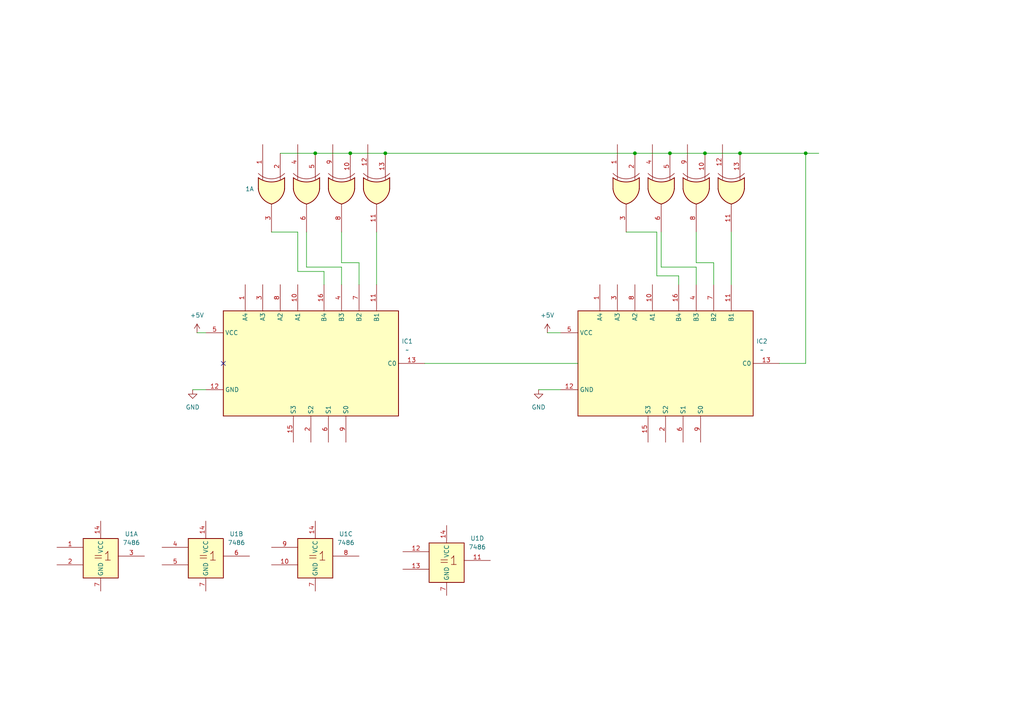
<source format=kicad_sch>
(kicad_sch (version 20250114) (generator "eeschema") (generator_version "9.0")
  (paper "A4")
  (lib_symbols
    (symbol "74xx_IEEE:7486"
      (property "Reference" "U" (at 2.54 6.35 0))
      (property "Value" "7486" (at 3.81 -7.62 0))
      (symbol "7486_0_1"
        (rectangle (start -5.08 5.08) (end 5.08 -6.35) (stroke (width 0.254)) (fill (type background)))
        (text "=1" (at 0.508 0 0) (effects (font (size 2.54 2.54))))
        (pin power_in line (at 0 10.16 270) (length 5.08) (name "VCC") (number "14"))
        (pin power_in line (at 0 -10.16 90) (length 3.81) (name "GND") (number "7"))
      )
      (symbol "7486_1_1"
        (pin input line (at -12.7 2.54 0) (length 7.62) (name "~") (number "1"))
        (pin input line (at -12.7 -2.54 0) (length 7.62) (name "~") (number "2"))
        (pin output line (at 12.7 0 180) (length 7.62) (name "~") (number "3"))
      )
      (symbol "7486_2_1"
        (pin input line (at -12.7 2.54 0) (length 7.62) (name "~") (number "4"))
        (pin input line (at -12.7 -2.54 0) (length 7.62) (name "~") (number "5"))
        (pin output line (at 12.7 0 180) (length 7.62) (name "~") (number "6"))
      )
      (symbol "7486_3_1"
        (pin input line (at -12.7 2.54 0) (length 7.62) (name "~") (number "9"))
        (pin input line (at -12.7 -2.54 0) (length 7.62) (name "~") (number "10"))
        (pin output line (at 12.7 0 180) (length 7.62) (name "~") (number "8"))
      )
      (symbol "7486_4_1"
        (pin input line (at -12.7 2.54 0) (length 7.62) (name "~") (number "12"))
        (pin input line (at -12.7 -2.54 0) (length 7.62) (name "~") (number "13"))
        (pin output line (at 12.7 0 180) (length 7.62) (name "~") (number "11"))
      )
    )
    (symbol "New_Library:NEW 7483"
      (property "Reference" "IC7483" (at 0 0 0))
      (symbol "NEW 7483_0_0"
        (rectangle (start 25.4 15.24) (end -25.4 -15.24) (stroke (width 0.254)) (fill (type background)))
        (pin power_in line (at -30.48 8.89 0) (length 5.08) (name "VCC") (number "5"))
        (pin power_in line (at -30.48 -7.62 0) (length 5.08) (name "GND") (number "12"))
      )
      (symbol "NEW 7483_1_1"
        (pin input line (at -25.4 0 0) (length 0) (name "") (number ""))
        (pin input line (at -19.05 22.86 270) (length 7.62) (name "A4") (number "1"))
        (pin input line (at -13.97 22.86 270) (length 7.62) (name "A3") (number "3"))
        (pin input line (at -8.89 22.86 270) (length 7.62) (name "A2") (number "8"))
        (pin output line (at -5.08 -22.86 90) (length 7.62) (name "S3") (number "15"))
        (pin input line (at -3.81 22.86 270) (length 7.62) (name "A1") (number "10"))
        (pin output line (at 0 -22.86 90) (length 7.62) (name "S2") (number "2"))
        (pin input line (at 3.81 22.86 270) (length 7.62) (name "B4") (number "16"))
        (pin output line (at 5.08 -22.86 90) (length 7.62) (name "S1") (number "6"))
        (pin input line (at 8.89 22.86 270) (length 7.62) (name "B3") (number "4"))
        (pin output line (at 10.16 -22.86 90) (length 7.62) (name "S0") (number "9"))
        (pin input line (at 13.97 22.86 270) (length 7.62) (name "B2") (number "7"))
        (pin input line (at 19.05 22.86 270) (length 7.62) (name "B1") (number "11"))
        (pin input line (at 33.02 0 180) (length 7.62) (name "C0") (number "13"))
      )
    )
    (symbol "New_Library:NEW 7486" (pin_names (offset 1.016))
      (symbol "NEW 7486_0_1"
        (arc (start 5.08 5.588) (mid 1.27 4.0098) (end -2.54 5.588))
        (arc (start 15.24 5.588) (mid 11.43 4.0098) (end 7.62 5.588))
        (arc (start 25.4 5.588) (mid 21.59 4.0098) (end 17.78 5.588))
        (arc (start 35.56 5.588) (mid 31.75 4.0098) (end 27.94 5.588))
      )
      (symbol "NEW 7486_1_1"
        (polyline (pts (xy -2.54 4.318) (xy -2.54 1.143)) (stroke (width 0.254)) (fill (type background)))
        (arc (start 5.08 1.1176) (mid 3.8624 -1.6848) (end 1.27 -3.302) (stroke (width 0.254)) (fill (type background)))
        (arc (start 5.08 4.318) (mid 1.27 3.097) (end -2.54 4.318) (stroke (width 0.254)))
        (arc (start 1.27 -3.302) (mid -1.314 -1.6775) (end -2.54 1.1176) (stroke (width 0.254)) (fill (type background)))
        (polyline (pts (xy 5.08 4.318) (xy 5.08 1.143)) (stroke (width 0.254)) (fill (type background)))
        (polyline (pts (xy 5.08 1.143) (xy 5.08 4.318) (xy 5.08 4.318) (xy 4.6736 4.064) (xy 3.5306 3.5306) (xy 2.3114 3.2004) (xy 1.016 3.1242) (xy -0.2286 3.2766) (xy -1.4478 3.683) (xy -2.54 4.318) (xy -2.54 4.318) (xy -2.54 1.143)) (stroke (width -25.4)) (fill (type background)))
        (polyline (pts (xy 7.62 4.318) (xy 7.62 1.143)) (stroke (width 0.254)) (fill (type background)))
        (arc (start 15.24 1.1176) (mid 14.0224 -1.6848) (end 11.43 -3.302) (stroke (width 0.254)) (fill (type background)))
        (arc (start 15.24 4.318) (mid 11.43 3.097) (end 7.62 4.318) (stroke (width 0.254)))
        (arc (start 11.43 -3.302) (mid 8.846 -1.6775) (end 7.62 1.1176) (stroke (width 0.254)) (fill (type background)))
        (polyline (pts (xy 15.24 4.318) (xy 15.24 1.143)) (stroke (width 0.254)) (fill (type background)))
        (polyline (pts (xy 15.24 1.143) (xy 15.24 4.318) (xy 15.24 4.318) (xy 14.8336 4.064) (xy 13.6906 3.5306) (xy 12.4714 3.2004) (xy 11.176 3.1242) (xy 9.9314 3.2766) (xy 8.7122 3.683) (xy 7.62 4.318) (xy 7.62 4.318) (xy 7.62 1.143)) (stroke (width -25.4)) (fill (type background)))
        (polyline (pts (xy 17.78 4.318) (xy 17.78 1.143)) (stroke (width 0.254)) (fill (type background)))
        (arc (start 25.4 1.1176) (mid 24.1824 -1.6848) (end 21.59 -3.302) (stroke (width 0.254)) (fill (type background)))
        (arc (start 25.4 4.318) (mid 21.59 3.097) (end 17.78 4.318) (stroke (width 0.254)))
        (arc (start 21.59 -3.302) (mid 19.006 -1.6775) (end 17.78 1.1176) (stroke (width 0.254)) (fill (type background)))
        (polyline (pts (xy 25.4 4.318) (xy 25.4 1.143)) (stroke (width 0.254)) (fill (type background)))
        (polyline (pts (xy 25.4 1.143) (xy 25.4 4.318) (xy 25.4 4.318) (xy 24.9936 4.064) (xy 23.8506 3.5306) (xy 22.6314 3.2004) (xy 21.336 3.1242) (xy 20.0914 3.2766) (xy 18.8722 3.683) (xy 17.78 4.318) (xy 17.78 4.318) (xy 17.78 1.143)) (stroke (width -25.4)) (fill (type background)))
        (polyline (pts (xy 27.94 4.318) (xy 27.94 1.143)) (stroke (width 0.254)) (fill (type background)))
        (arc (start 35.56 1.1176) (mid 34.3424 -1.6848) (end 31.75 -3.302) (stroke (width 0.254)) (fill (type background)))
        (arc (start 35.56 4.318) (mid 31.75 3.097) (end 27.94 4.318) (stroke (width 0.254)))
        (arc (start 31.75 -3.302) (mid 29.166 -1.6775) (end 27.94 1.1176) (stroke (width 0.254)) (fill (type background)))
        (polyline (pts (xy 35.56 4.318) (xy 35.56 1.143)) (stroke (width 0.254)) (fill (type background)))
        (polyline (pts (xy 35.56 1.143) (xy 35.56 4.318) (xy 35.56 4.318) (xy 35.1536 4.064) (xy 34.0106 3.5306) (xy 32.7914 3.2004) (xy 31.496 3.1242) (xy 30.2514 3.2766) (xy 29.0322 3.683) (xy 27.94 4.318) (xy 27.94 4.318) (xy 27.94 1.143)) (stroke (width -25.4)) (fill (type background)))
        (pin input line (at -1.27 13.97 270) (length 10.16) (name "~") (number "1"))
        (pin output line (at 1.27 -11.43 90) (length 8.128) (name "~") (number "3"))
        (pin input line (at 3.81 11.43 270) (length 7.62) (name "~") (number "2"))
        (pin input line (at 8.89 13.97 270) (length 10.16) (name "~") (number "4"))
        (pin output line (at 11.43 -11.43 90) (length 8.128) (name "~") (number "6"))
        (pin input line (at 13.97 11.43 270) (length 7.62) (name "~") (number "5"))
        (pin input line (at 19.05 13.97 270) (length 10.16) (name "~") (number "9"))
        (pin output line (at 21.59 -11.43 90) (length 8.128) (name "~") (number "8"))
        (pin input line (at 24.13 11.43 270) (length 7.62) (name "~") (number "10"))
        (pin input line (at 29.21 13.97 270) (length 10.16) (name "~") (number "12"))
        (pin output line (at 31.75 -11.43 90) (length 8.128) (name "~") (number "11"))
        (pin input line (at 34.29 11.43 270) (length 7.62) (name "~") (number "13"))
      )
      (symbol "NEW 7486_1_2"
        (arc (start 0 3.81) (mid 3.7934 0) (end 0 -3.81) (stroke (width 0.254)) (fill (type background)))
        (polyline (pts (xy 0 3.81) (xy -3.81 3.81) (xy -3.81 -3.81) (xy 0 -3.81)) (stroke (width 0.254)) (fill (type background)))
        (pin input inverted (at -7.62 2.54 0) (length 3.81) (name "~") (number "2"))
        (pin input inverted (at -7.62 -2.54 0) (length 3.81) (name "~") (number "3"))
        (pin output line (at 7.62 0 180) (length 3.81) (name "~") (number "1"))
      )
      (symbol "NEW 7486_2_1"
        (arc (start -3.81 3.81) (mid -2.589 0) (end -3.81 -3.81) (stroke (width 0.254)))
        (polyline (pts (xy -3.81 3.81) (xy -0.635 3.81)) (stroke (width 0.254)) (fill (type background)))
        (polyline (pts (xy -3.81 -3.81) (xy -0.635 -3.81)) (stroke (width 0.254)) (fill (type background)))
        (arc (start 3.81 0) (mid 2.1855 -2.584) (end -0.6096 -3.81) (stroke (width 0.254)) (fill (type background)))
        (arc (start -0.6096 3.81) (mid 2.1928 2.5924) (end 3.81 0) (stroke (width 0.254)) (fill (type background)))
        (polyline (pts (xy -0.635 3.81) (xy -3.81 3.81) (xy -3.81 3.81) (xy -3.556 3.4036) (xy -3.0226 2.2606) (xy -2.6924 1.0414) (xy -2.6162 -0.254) (xy -2.7686 -1.4986) (xy -3.175 -2.7178) (xy -3.81 -3.81) (xy -3.81 -3.81) (xy -0.635 -3.81)) (stroke (width -25.4)) (fill (type background)))
        (pin input line (at -10.922 2.54 0) (length 7.62) (name "~") (number "5"))
        (pin input line (at -10.922 -2.54 0) (length 7.62) (name "~") (number "6"))
        (pin output inverted (at 11.43 0 180) (length 7.62) (name "~") (number "4"))
      )
      (symbol "NEW 7486_2_2"
        (arc (start 0 3.81) (mid 3.7934 0) (end 0 -3.81) (stroke (width 0.254)) (fill (type background)))
        (polyline (pts (xy 0 3.81) (xy -3.81 3.81) (xy -3.81 -3.81) (xy 0 -3.81)) (stroke (width 0.254)) (fill (type background)))
        (pin input inverted (at -7.62 2.54 0) (length 3.81) (name "~") (number "5"))
        (pin input inverted (at -7.62 -2.54 0) (length 3.81) (name "~") (number "6"))
        (pin output line (at 7.62 0 180) (length 3.81) (name "~") (number "4"))
      )
      (symbol "NEW 7486_3_1"
        (arc (start -3.81 3.81) (mid -2.589 0) (end -3.81 -3.81) (stroke (width 0.254)))
        (polyline (pts (xy -3.81 3.81) (xy -0.635 3.81)) (stroke (width 0.254)) (fill (type background)))
        (polyline (pts (xy -3.81 -3.81) (xy -0.635 -3.81)) (stroke (width 0.254)) (fill (type background)))
        (arc (start 3.81 0) (mid 2.1855 -2.584) (end -0.6096 -3.81) (stroke (width 0.254)) (fill (type background)))
        (arc (start -0.6096 3.81) (mid 2.1928 2.5924) (end 3.81 0) (stroke (width 0.254)) (fill (type background)))
        (polyline (pts (xy -0.635 3.81) (xy -3.81 3.81) (xy -3.81 3.81) (xy -3.556 3.4036) (xy -3.0226 2.2606) (xy -2.6924 1.0414) (xy -2.6162 -0.254) (xy -2.7686 -1.4986) (xy -3.175 -2.7178) (xy -3.81 -3.81) (xy -3.81 -3.81) (xy -0.635 -3.81)) (stroke (width -25.4)) (fill (type background)))
        (pin input line (at -10.922 2.54 0) (length 7.62) (name "~") (number "8"))
        (pin input line (at -10.922 -2.54 0) (length 7.62) (name "~") (number "9"))
        (pin output inverted (at 11.43 0 180) (length 7.62) (name "~") (number "10"))
      )
      (symbol "NEW 7486_3_2"
        (arc (start 0 3.81) (mid 3.7934 0) (end 0 -3.81) (stroke (width 0.254)) (fill (type background)))
        (polyline (pts (xy 0 3.81) (xy -3.81 3.81) (xy -3.81 -3.81) (xy 0 -3.81)) (stroke (width 0.254)) (fill (type background)))
        (pin input inverted (at -7.62 2.54 0) (length 3.81) (name "~") (number "8"))
        (pin input inverted (at -7.62 -2.54 0) (length 3.81) (name "~") (number "9"))
        (pin output line (at 7.62 0 180) (length 3.81) (name "~") (number "10"))
      )
      (symbol "NEW 7486_4_1"
        (arc (start -3.81 3.81) (mid -2.589 0) (end -3.81 -3.81) (stroke (width 0.254)))
        (polyline (pts (xy -3.81 3.81) (xy -0.635 3.81)) (stroke (width 0.254)) (fill (type background)))
        (polyline (pts (xy -3.81 -3.81) (xy -0.635 -3.81)) (stroke (width 0.254)) (fill (type background)))
        (arc (start 3.81 0) (mid 2.1855 -2.584) (end -0.6096 -3.81) (stroke (width 0.254)) (fill (type background)))
        (arc (start -0.6096 3.81) (mid 2.1928 2.5924) (end 3.81 0) (stroke (width 0.254)) (fill (type background)))
        (polyline (pts (xy -0.635 3.81) (xy -3.81 3.81) (xy -3.81 3.81) (xy -3.556 3.4036) (xy -3.0226 2.2606) (xy -2.6924 1.0414) (xy -2.6162 -0.254) (xy -2.7686 -1.4986) (xy -3.175 -2.7178) (xy -3.81 -3.81) (xy -3.81 -3.81) (xy -0.635 -3.81)) (stroke (width -25.4)) (fill (type background)))
        (pin input line (at -10.922 2.54 0) (length 7.62) (name "~") (number "11"))
        (pin input line (at -10.922 -2.54 0) (length 7.62) (name "~") (number "12"))
        (pin output inverted (at 11.43 0 180) (length 7.62) (name "~") (number "13"))
      )
      (symbol "NEW 7486_4_2"
        (arc (start 0 3.81) (mid 3.7934 0) (end 0 -3.81) (stroke (width 0.254)) (fill (type background)))
        (polyline (pts (xy 0 3.81) (xy -3.81 3.81) (xy -3.81 -3.81) (xy 0 -3.81)) (stroke (width 0.254)) (fill (type background)))
        (pin input inverted (at -7.62 2.54 0) (length 3.81) (name "~") (number "11"))
        (pin input inverted (at -7.62 -2.54 0) (length 3.81) (name "~") (number "12"))
        (pin output line (at 7.62 0 180) (length 3.81) (name "~") (number "13"))
      )
      (symbol "NEW 7486_5_0"
        (pin power_in line (at 0 15.24 270) (length 7.62) (name "VCC") (number "14"))
        (pin power_in line (at 0 -15.24 90) (length 7.62) (name "GND") (number "7"))
      )
      (symbol "NEW 7486_5_1"
        (rectangle (start -5.08 7.62) (end 5.08 -7.62) (stroke (width 0.254)) (fill (type background)))
      )
    )
    (symbol "power:+5V" (power) (pin_numbers (hide yes)) (pin_names (offset 0) (hide yes))
      (property "Value" "+5V" (at 0 3.556 0))
      (symbol "+5V_0_1"
        (polyline (pts (xy -0.762 1.27) (xy 0 2.54)))
        (polyline (pts (xy 0 2.54) (xy 0.762 1.27)))
        (polyline (pts (xy 0 0) (xy 0 2.54)))
      )
      (symbol "+5V_1_1"
        (pin power_in line (at 0 0 90) (length 0) (name "~") (number "1"))
      )
    )
    (symbol "power:GND" (power) (pin_numbers (hide yes)) (pin_names (offset 0) (hide yes))
      (property "Value" "GND" (at 0 -3.81 0))
      (symbol "GND_0_1"
        (polyline (pts (xy 0 0) (xy 0 -1.27) (xy 1.27 -1.27) (xy 0 -2.54) (xy -1.27 -1.27) (xy 0 -1.27)))
      )
      (symbol "GND_1_1"
        (pin power_in line (at 0 0 270) (length 0) (name "~") (number "1"))
      )
    )
  )
  (junction (at 233.68 44.45))
  (junction (at 194.31 44.45))
  (junction (at 214.63 44.45))
  (junction (at 111.76 44.45))
  (junction (at 91.44 44.45))
  (junction (at 204.47 44.45))
  (junction (at 184.15 44.45))
  (junction (at 101.6 44.45))
  (no_connect (at 64.77 105.41))
  (wire (pts (xy 86.36 67.31) (xy 78.74 67.31)))
  (wire (pts (xy 158.75 96.52) (xy 162.56 96.52)))
  (wire (pts (xy 201.93 76.2) (xy 207.01 76.2)))
  (wire (pts (xy 99.06 67.31) (xy 99.06 76.2)))
  (wire (pts (xy 190.5 80.01) (xy 190.5 67.31)))
  (wire (pts (xy 99.06 82.55) (xy 99.06 77.47)))
  (wire (pts (xy 91.44 44.45) (xy 101.6 44.45)))
  (wire (pts (xy 81.28 44.45) (xy 91.44 44.45)))
  (wire (pts (xy 101.6 44.45) (xy 111.76 44.45)))
  (wire (pts (xy 233.68 44.45) (xy 214.63 44.45)))
  (wire (pts (xy 191.77 77.47) (xy 191.77 67.31)))
  (wire (pts (xy 109.22 67.31) (xy 109.22 82.55)))
  (wire (pts (xy 156.21 113.03) (xy 162.56 113.03)))
  (wire (pts (xy 226.06 105.41) (xy 233.68 105.41)))
  (wire (pts (xy 201.93 67.31) (xy 201.93 76.2)))
  (wire (pts (xy 196.85 80.01) (xy 190.5 80.01)))
  (wire (pts (xy 204.47 44.45) (xy 214.63 44.45)))
  (wire (pts (xy 196.85 82.55) (xy 196.85 80.01)))
  (wire (pts (xy 184.15 44.45) (xy 194.31 44.45)))
  (wire (pts (xy 190.5 67.31) (xy 181.61 67.31)))
  (wire (pts (xy 194.31 44.45) (xy 204.47 44.45)))
  (wire (pts (xy 201.93 82.55) (xy 201.93 77.47)))
  (wire (pts (xy 55.88 113.03) (xy 59.69 113.03)))
  (wire (pts (xy 233.68 44.45) (xy 237.49 44.45)))
  (wire (pts (xy 104.14 76.2) (xy 104.14 82.55)))
  (wire (pts (xy 212.09 67.31) (xy 212.09 82.55)))
  (wire (pts (xy 93.98 78.74) (xy 86.36 78.74)))
  (wire (pts (xy 86.36 78.74) (xy 86.36 67.31)))
  (wire (pts (xy 99.06 76.2) (xy 104.14 76.2)))
  (wire (pts (xy 201.93 77.47) (xy 191.77 77.47)))
  (wire (pts (xy 93.98 82.55) (xy 93.98 78.74)))
  (wire (pts (xy 111.76 44.45) (xy 184.15 44.45)))
  (wire (pts (xy 57.15 96.52) (xy 59.69 96.52)))
  (wire (pts (xy 207.01 76.2) (xy 207.01 82.55)))
  (wire (pts (xy 233.68 105.41) (xy 233.68 44.45)))
  (wire (pts (xy 99.06 77.47) (xy 88.9 77.47)))
  (wire (pts (xy 88.9 77.47) (xy 88.9 67.31)))
  (wire (pts (xy 123.19 105.41) (xy 167.64 105.41)))
  (symbol (lib_id "power:+5V") (at 158.75 96.52 0) (unit 1)
    (property "Reference" "#PWR02" (effects (hide yes)))
    (property "Value" "+5V" (at 158.75 91.44 0))
    (property "Description" "Power symbol creates a global label with name \"+5V\"" (effects (hide yes)))
  )
  (symbol (lib_id "power:+5V") (at 57.15 96.52 0) (unit 1)
    (property "Reference" "#PWR01" (effects (hide yes)))
    (property "Value" "+5V" (at 57.15 91.44 0))
    (property "Description" "Power symbol creates a global label with name \"+5V\"" (effects (hide yes)))
  )
  (symbol (lib_id "power:GND") (at 55.88 113.03 0) (unit 1)
    (property "Reference" "#PWR03" (effects (hide yes)))
    (property "Value" "GND" (at 55.88 118.11 0))
    (property "Description" "Power symbol creates a global label with name \"GND\" , ground" (effects (hide yes)))
  )
  (symbol (lib_id "74xx_IEEE:7486") (at 129.54 162.56 0) (unit 4)
    (property "Reference" "U1" (at 138.43 156.1398 0))
    (property "Value" "7486" (at 138.43 158.6798 0))
  )
  (symbol (lib_id "power:GND") (at 156.21 113.03 0) (unit 1)
    (property "Reference" "#PWR04" (effects (hide yes)))
    (property "Value" "GND" (at 156.21 118.11 0))
    (property "Description" "Power symbol creates a global label with name \"GND\" , ground" (effects (hide yes)))
  )
  (symbol (lib_id "74xx_IEEE:7486") (at 59.69 161.29 0) (unit 2)
    (property "Reference" "U1" (at 68.58 154.8698 0))
    (property "Value" "7486" (at 68.58 157.4098 0))
  )
  (symbol (lib_id "New_Library:NEW 7486") (at 180.34 55.88 0) (unit 1)
    (property "Reference" "11" (effects (hide yes)))
  )
  (symbol (lib_id "New_Library:NEW 7486") (at 77.47 55.88 0) (unit 1)
    (property "Reference" "1" (at 73.66 54.8004 0) (effects (justify right)))
  )
  (symbol (lib_id "74xx_IEEE:7486") (at 29.21 161.29 0) (unit 1)
    (property "Reference" "U1" (at 38.1 154.8698 0))
    (property "Value" "7486" (at 38.1 157.4098 0))
  )
  (symbol (lib_id "New_Library:NEW 7483") (at 90.17 105.41 0) (unit 1)
    (property "Reference" "IC1" (at 118.11 98.9898 0))
    (property "Value" "~" (at 118.11 101.5298 0))
  )
  (symbol (lib_id "74xx_IEEE:7486") (at 91.44 161.29 0) (unit 3)
    (property "Reference" "U1" (at 100.33 154.8698 0))
    (property "Value" "7486" (at 100.33 157.4098 0))
  )
  (symbol (lib_id "New_Library:NEW 7483") (at 193.04 105.41 0) (unit 1)
    (property "Reference" "IC2" (at 220.98 98.9898 0))
    (property "Value" "~" (at 220.98 101.5298 0))
  )
)
</source>
